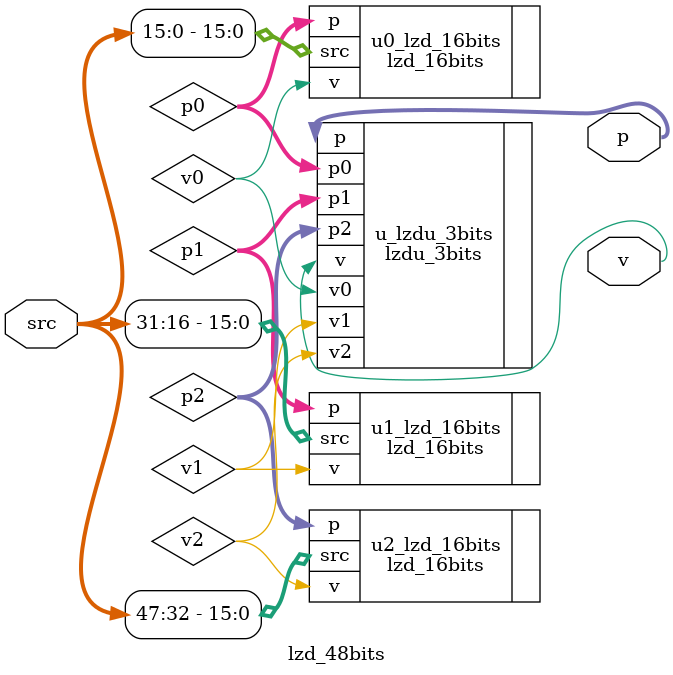
<source format=v>
module lzd_48bits(

    input   [47	:0]	src,
	output  [5	:0]	p  ,
	output  	    v
);

wire	[3	:0]	p0, p1, p2;
wire			v0, v1, v2;

lzd_16bits u0_lzd_16bits(

    .src(src[15:0]	),
	.p  (p0			),
	.v  (v0			)
);

lzd_16bits u1_lzd_16bits(

    .src(src[31:16]	),
	.p  (p1			),
	.v  (v1			)
);

lzd_16bits u2_lzd_16bits(

    .src(src[47:32]	),
	.p  (p2			),
	.v  (v2			)
);

lzdu_3bits #(6) u_lzdu_3bits(

    .p0(p0	),
	.p1(p1	),
	.p2(p2	),
	.v0(v0	),
	.v1(v1	),
	.v2(v2	),
	.p (p	),
	.v (v	)
);


endmodule

</source>
